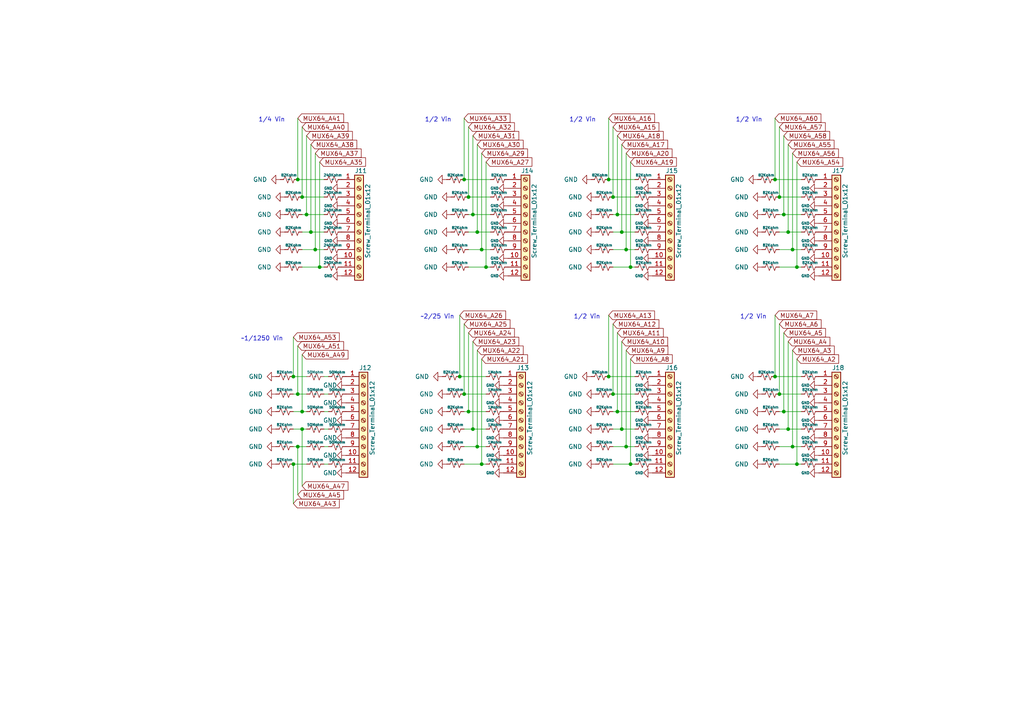
<source format=kicad_sch>
(kicad_sch (version 20211123) (generator eeschema)
  (paper "A4")
  (junction (at 228.6 124.46))
  (junction (at 87.63 57.15))
  (junction (at 226.06 114.3))
  (junction (at 176.53 109.22))
  (junction (at 227.33 119.38))
  (junction (at 177.8 57.15))
  (junction (at 135.89 57.15))
  (junction (at 85.09 134.62))
  (junction (at 229.87 129.54))
  (junction (at 231.14 134.62))
  (junction (at 87.63 124.46))
  (junction (at 228.6 67.31))
  (junction (at 137.16 62.23))
  (junction (at 92.71 77.47))
  (junction (at 182.88 77.47))
  (junction (at 86.36 129.54))
  (junction (at 134.62 114.3))
  (junction (at 180.34 124.46))
  (junction (at 227.33 62.23))
  (junction (at 137.16 124.46))
  (junction (at 229.87 72.39))
  (junction (at 180.34 67.31))
  (junction (at 86.36 52.07))
  (junction (at 179.07 119.38))
  (junction (at 85.09 109.22))
  (junction (at 134.62 52.07))
  (junction (at 133.35 109.22))
  (junction (at 224.79 109.22))
  (junction (at 179.07 62.23))
  (junction (at 231.14 77.47))
  (junction (at 90.17 67.31))
  (junction (at 140.97 77.47))
  (junction (at 86.36 114.3))
  (junction (at 177.8 114.3))
  (junction (at 88.9 62.23))
  (junction (at 182.88 134.62))
  (junction (at 181.61 129.54))
  (junction (at 91.44 72.39))
  (junction (at 139.7 72.39))
  (junction (at 87.63 119.38))
  (junction (at 181.61 72.39))
  (junction (at 224.79 52.07))
  (junction (at 226.06 57.15))
  (junction (at 139.7 134.62))
  (junction (at 176.53 52.07))
  (junction (at 138.43 129.54))
  (junction (at 138.43 67.31))
  (junction (at 135.89 119.38))
  (wire (pts (xy 86.36 129.54) (xy 86.36 143.51)))
  (wire (pts (xy 92.71 46.99) (xy 92.71 77.47)))
  (wire (pts (xy 226.06 129.54) (xy 229.87 129.54)))
  (wire (pts (xy 87.63 77.47) (xy 92.71 77.47)))
  (wire (pts (xy 135.89 119.38) (xy 140.97 119.38)))
  (wire (pts (xy 139.7 134.62) (xy 140.97 134.62)))
  (wire (pts (xy 85.09 119.38) (xy 87.63 119.38)))
  (wire (pts (xy 140.97 46.99) (xy 140.97 77.47)))
  (wire (pts (xy 224.79 109.22) (xy 232.41 109.22)))
  (wire (pts (xy 177.8 134.62) (xy 182.88 134.62)))
  (wire (pts (xy 224.79 52.07) (xy 232.41 52.07)))
  (wire (pts (xy 176.53 109.22) (xy 176.53 91.44)))
  (wire (pts (xy 177.8 72.39) (xy 181.61 72.39)))
  (wire (pts (xy 133.35 109.22) (xy 140.97 109.22)))
  (wire (pts (xy 135.89 96.52) (xy 135.89 119.38)))
  (wire (pts (xy 179.07 96.52) (xy 179.07 119.38)))
  (wire (pts (xy 179.07 119.38) (xy 184.15 119.38)))
  (wire (pts (xy 228.6 67.31) (xy 232.41 67.31)))
  (wire (pts (xy 87.63 67.31) (xy 90.17 67.31)))
  (wire (pts (xy 176.53 109.22) (xy 184.15 109.22)))
  (wire (pts (xy 93.98 109.22) (xy 95.25 109.22)))
  (wire (pts (xy 134.62 52.07) (xy 142.24 52.07)))
  (wire (pts (xy 228.6 67.31) (xy 228.6 41.91)))
  (wire (pts (xy 92.71 77.47) (xy 93.98 77.47)))
  (wire (pts (xy 228.6 124.46) (xy 228.6 99.06)))
  (wire (pts (xy 91.44 72.39) (xy 93.98 72.39)))
  (wire (pts (xy 227.33 39.37) (xy 227.33 62.23)))
  (wire (pts (xy 135.89 57.15) (xy 142.24 57.15)))
  (wire (pts (xy 226.06 57.15) (xy 226.06 36.83)))
  (wire (pts (xy 135.89 72.39) (xy 139.7 72.39)))
  (wire (pts (xy 182.88 104.14) (xy 182.88 134.62)))
  (wire (pts (xy 177.8 119.38) (xy 179.07 119.38)))
  (wire (pts (xy 139.7 44.45) (xy 139.7 72.39)))
  (wire (pts (xy 227.33 96.52) (xy 227.33 119.38)))
  (wire (pts (xy 182.88 134.62) (xy 184.15 134.62)))
  (wire (pts (xy 229.87 72.39) (xy 232.41 72.39)))
  (wire (pts (xy 135.89 77.47) (xy 140.97 77.47)))
  (wire (pts (xy 91.44 44.45) (xy 91.44 72.39)))
  (wire (pts (xy 88.9 39.37) (xy 88.9 62.23)))
  (wire (pts (xy 93.98 119.38) (xy 95.25 119.38)))
  (wire (pts (xy 182.88 46.99) (xy 182.88 77.47)))
  (wire (pts (xy 140.97 77.47) (xy 142.24 77.47)))
  (wire (pts (xy 231.14 104.14) (xy 231.14 134.62)))
  (wire (pts (xy 138.43 101.6) (xy 138.43 129.54)))
  (wire (pts (xy 93.98 114.3) (xy 95.25 114.3)))
  (wire (pts (xy 229.87 129.54) (xy 232.41 129.54)))
  (wire (pts (xy 88.9 62.23) (xy 93.98 62.23)))
  (wire (pts (xy 177.8 114.3) (xy 177.8 93.98)))
  (wire (pts (xy 134.62 134.62) (xy 139.7 134.62)))
  (wire (pts (xy 227.33 62.23) (xy 232.41 62.23)))
  (wire (pts (xy 181.61 44.45) (xy 181.61 72.39)))
  (wire (pts (xy 138.43 67.31) (xy 142.24 67.31)))
  (wire (pts (xy 228.6 124.46) (xy 232.41 124.46)))
  (wire (pts (xy 226.06 62.23) (xy 227.33 62.23)))
  (wire (pts (xy 138.43 129.54) (xy 140.97 129.54)))
  (wire (pts (xy 224.79 109.22) (xy 224.79 91.44)))
  (wire (pts (xy 133.35 109.22) (xy 133.35 91.44)))
  (wire (pts (xy 226.06 124.46) (xy 228.6 124.46)))
  (wire (pts (xy 85.09 134.62) (xy 85.09 146.05)))
  (wire (pts (xy 86.36 52.07) (xy 93.98 52.07)))
  (wire (pts (xy 231.14 46.99) (xy 231.14 77.47)))
  (wire (pts (xy 87.63 57.15) (xy 93.98 57.15)))
  (wire (pts (xy 87.63 57.15) (xy 87.63 36.83)))
  (wire (pts (xy 137.16 39.37) (xy 137.16 62.23)))
  (wire (pts (xy 134.62 119.38) (xy 135.89 119.38)))
  (wire (pts (xy 177.8 57.15) (xy 177.8 36.83)))
  (wire (pts (xy 182.88 77.47) (xy 184.15 77.47)))
  (wire (pts (xy 226.06 67.31) (xy 228.6 67.31)))
  (wire (pts (xy 85.09 129.54) (xy 86.36 129.54)))
  (wire (pts (xy 181.61 129.54) (xy 184.15 129.54)))
  (wire (pts (xy 177.8 77.47) (xy 182.88 77.47)))
  (wire (pts (xy 93.98 134.62) (xy 95.25 134.62)))
  (wire (pts (xy 134.62 124.46) (xy 137.16 124.46)))
  (wire (pts (xy 224.79 52.07) (xy 224.79 34.29)))
  (wire (pts (xy 138.43 67.31) (xy 138.43 41.91)))
  (wire (pts (xy 87.63 124.46) (xy 87.63 140.97)))
  (wire (pts (xy 180.34 124.46) (xy 184.15 124.46)))
  (wire (pts (xy 87.63 102.87) (xy 87.63 119.38)))
  (wire (pts (xy 135.89 57.15) (xy 135.89 36.83)))
  (wire (pts (xy 134.62 114.3) (xy 140.97 114.3)))
  (wire (pts (xy 231.14 134.62) (xy 232.41 134.62)))
  (wire (pts (xy 177.8 67.31) (xy 180.34 67.31)))
  (wire (pts (xy 86.36 129.54) (xy 88.9 129.54)))
  (wire (pts (xy 87.63 62.23) (xy 88.9 62.23)))
  (wire (pts (xy 177.8 124.46) (xy 180.34 124.46)))
  (wire (pts (xy 137.16 124.46) (xy 137.16 99.06)))
  (wire (pts (xy 180.34 67.31) (xy 184.15 67.31)))
  (wire (pts (xy 177.8 57.15) (xy 184.15 57.15)))
  (wire (pts (xy 180.34 67.31) (xy 180.34 41.91)))
  (wire (pts (xy 85.09 114.3) (xy 86.36 114.3)))
  (wire (pts (xy 176.53 52.07) (xy 184.15 52.07)))
  (wire (pts (xy 181.61 101.6) (xy 181.61 129.54)))
  (wire (pts (xy 135.89 67.31) (xy 138.43 67.31)))
  (wire (pts (xy 177.8 129.54) (xy 181.61 129.54)))
  (wire (pts (xy 135.89 62.23) (xy 137.16 62.23)))
  (wire (pts (xy 85.09 97.79) (xy 85.09 109.22)))
  (wire (pts (xy 177.8 62.23) (xy 179.07 62.23)))
  (wire (pts (xy 134.62 52.07) (xy 134.62 34.29)))
  (wire (pts (xy 180.34 124.46) (xy 180.34 99.06)))
  (wire (pts (xy 86.36 52.07) (xy 86.36 34.29)))
  (wire (pts (xy 226.06 114.3) (xy 232.41 114.3)))
  (wire (pts (xy 139.7 72.39) (xy 142.24 72.39)))
  (wire (pts (xy 85.09 124.46) (xy 87.63 124.46)))
  (wire (pts (xy 93.98 124.46) (xy 95.25 124.46)))
  (wire (pts (xy 86.36 114.3) (xy 88.9 114.3)))
  (wire (pts (xy 137.16 124.46) (xy 140.97 124.46)))
  (wire (pts (xy 90.17 67.31) (xy 93.98 67.31)))
  (wire (pts (xy 137.16 62.23) (xy 142.24 62.23)))
  (wire (pts (xy 85.09 109.22) (xy 88.9 109.22)))
  (wire (pts (xy 226.06 114.3) (xy 226.06 93.98)))
  (wire (pts (xy 134.62 114.3) (xy 134.62 93.98)))
  (wire (pts (xy 93.98 129.54) (xy 95.25 129.54)))
  (wire (pts (xy 229.87 101.6) (xy 229.87 129.54)))
  (wire (pts (xy 87.63 72.39) (xy 91.44 72.39)))
  (wire (pts (xy 90.17 67.31) (xy 90.17 41.91)))
  (wire (pts (xy 229.87 44.45) (xy 229.87 72.39)))
  (wire (pts (xy 226.06 72.39) (xy 229.87 72.39)))
  (wire (pts (xy 226.06 57.15) (xy 232.41 57.15)))
  (wire (pts (xy 86.36 100.33) (xy 86.36 114.3)))
  (wire (pts (xy 177.8 114.3) (xy 184.15 114.3)))
  (wire (pts (xy 139.7 104.14) (xy 139.7 134.62)))
  (wire (pts (xy 226.06 134.62) (xy 231.14 134.62)))
  (wire (pts (xy 179.07 62.23) (xy 184.15 62.23)))
  (wire (pts (xy 227.33 119.38) (xy 232.41 119.38)))
  (wire (pts (xy 179.07 39.37) (xy 179.07 62.23)))
  (wire (pts (xy 231.14 77.47) (xy 232.41 77.47)))
  (wire (pts (xy 134.62 129.54) (xy 138.43 129.54)))
  (wire (pts (xy 85.09 134.62) (xy 88.9 134.62)))
  (wire (pts (xy 226.06 119.38) (xy 227.33 119.38)))
  (wire (pts (xy 181.61 72.39) (xy 184.15 72.39)))
  (wire (pts (xy 176.53 52.07) (xy 176.53 34.29)))
  (wire (pts (xy 87.63 124.46) (xy 88.9 124.46)))
  (wire (pts (xy 226.06 77.47) (xy 231.14 77.47)))
  (wire (pts (xy 87.63 119.38) (xy 88.9 119.38)))
  (text "1/2 Vin" (at 165.1 35.56 0) (effects (font (size 1.27 1.27)) (justify left bottom)))
  (text "~2/25 Vin" (at 121.92 92.71 0) (effects (font (size 1.27 1.27)) (justify left bottom)))
  (text "~1/1250 Vin" (at 69.85 99.06 0) (effects (font (size 1.27 1.27)) (justify left bottom)))
  (text "1/2 Vin" (at 123.19 35.56 0) (effects (font (size 1.27 1.27)) (justify left bottom)))
  (text "1/4 Vin" (at 74.93 35.56 0) (effects (font (size 1.27 1.27)) (justify left bottom)))
  (text "1/2 Vin" (at 213.36 35.56 0) (effects (font (size 1.27 1.27)) (justify left bottom)))
  (text "1/2 Vin" (at 166.37 92.71 0) (effects (font (size 1.27 1.27)) (justify left bottom)))
  (text "1/2 Vin" (at 214.63 92.71 0) (effects (font (size 1.27 1.27)) (justify left bottom)))
  (global_label "MUX64_A19" (shape input) (at 182.88 46.99 0) (property "Intersheet References" "${INTERSHEET_REFS}" (effects hide)))
  (global_label "MUX64_A43" (shape input) (at 85.09 146.05 0) (property "Intersheet References" "${INTERSHEET_REFS}" (effects hide)))
  (global_label "MUX64_A21" (shape input) (at 139.7 104.14 0) (property "Intersheet References" "${INTERSHEET_REFS}" (effects hide)))
  (global_label "MUX64_A37" (shape input) (at 91.44 44.45 0) (property "Intersheet References" "${INTERSHEET_REFS}" (effects hide)))
  (global_label "MUX64_A16" (shape input) (at 176.53 34.29 0) (property "Intersheet References" "${INTERSHEET_REFS}" (effects hide)))
  (global_label "MUX64_A33" (shape input) (at 134.62 34.29 0) (property "Intersheet References" "${INTERSHEET_REFS}" (effects hide)))
  (global_label "MUX64_A41" (shape input) (at 86.36 34.29 0) (property "Intersheet References" "${INTERSHEET_REFS}" (effects hide)))
  (global_label "MUX64_A32" (shape input) (at 135.89 36.83 0) (property "Intersheet References" "${INTERSHEET_REFS}" (effects hide)))
  (global_label "MUX64_A54" (shape input) (at 231.14 46.99 0) (property "Intersheet References" "${INTERSHEET_REFS}" (effects hide)))
  (global_label "MUX64_A9" (shape input) (at 181.61 101.6 0) (property "Intersheet References" "${INTERSHEET_REFS}" (effects hide)))
  (global_label "MUX64_A22" (shape input) (at 138.43 101.6 0) (property "Intersheet References" "${INTERSHEET_REFS}" (effects hide)))
  (global_label "MUX64_A55" (shape input) (at 228.6 41.91 0) (property "Intersheet References" "${INTERSHEET_REFS}" (effects hide)))
  (global_label "MUX64_A47" (shape input) (at 87.63 140.97 0) (property "Intersheet References" "${INTERSHEET_REFS}" (effects hide)))
  (global_label "MUX64_A30" (shape input) (at 138.43 41.91 0) (property "Intersheet References" "${INTERSHEET_REFS}" (effects hide)))
  (global_label "MUX64_A56" (shape input) (at 229.87 44.45 0) (property "Intersheet References" "${INTERSHEET_REFS}" (effects hide)))
  (global_label "MUX64_A24" (shape input) (at 135.89 96.52 0) (property "Intersheet References" "${INTERSHEET_REFS}" (effects hide)))
  (global_label "MUX64_A60" (shape input) (at 224.79 34.29 0) (property "Intersheet References" "${INTERSHEET_REFS}" (effects hide)))
  (global_label "MUX64_A11" (shape input) (at 179.07 96.52 0) (property "Intersheet References" "${INTERSHEET_REFS}" (effects hide)))
  (global_label "MUX64_A17" (shape input) (at 180.34 41.91 0) (property "Intersheet References" "${INTERSHEET_REFS}" (effects hide)))
  (global_label "MUX64_A49" (shape input) (at 87.63 102.87 0) (property "Intersheet References" "${INTERSHEET_REFS}" (effects hide)))
  (global_label "MUX64_A26" (shape input) (at 133.35 91.44 0) (property "Intersheet References" "${INTERSHEET_REFS}" (effects hide)))
  (global_label "MUX64_A3" (shape input) (at 229.87 101.6 0) (property "Intersheet References" "${INTERSHEET_REFS}" (effects hide)))
  (global_label "MUX64_A38" (shape input) (at 90.17 41.91 0) (property "Intersheet References" "${INTERSHEET_REFS}" (effects hide)))
  (global_label "MUX64_A58" (shape input) (at 227.33 39.37 0) (property "Intersheet References" "${INTERSHEET_REFS}" (effects hide)))
  (global_label "MUX64_A35" (shape input) (at 92.71 46.99 0) (property "Intersheet References" "${INTERSHEET_REFS}" (effects hide)))
  (global_label "MUX64_A53" (shape input) (at 85.09 97.79 0) (property "Intersheet References" "${INTERSHEET_REFS}" (effects hide)))
  (global_label "MUX64_A31" (shape input) (at 137.16 39.37 0) (property "Intersheet References" "${INTERSHEET_REFS}" (effects hide)))
  (global_label "MUX64_A13" (shape input) (at 176.53 91.44 0) (property "Intersheet References" "${INTERSHEET_REFS}" (effects hide)))
  (global_label "MUX64_A57" (shape input) (at 226.06 36.83 0) (property "Intersheet References" "${INTERSHEET_REFS}" (effects hide)))
  (global_label "MUX64_A2" (shape input) (at 231.14 104.14 0) (property "Intersheet References" "${INTERSHEET_REFS}" (effects hide)))
  (global_label "MUX64_A29" (shape input) (at 139.7 44.45 0) (property "Intersheet References" "${INTERSHEET_REFS}" (effects hide)))
  (global_label "MUX64_A15" (shape input) (at 177.8 36.83 0) (property "Intersheet References" "${INTERSHEET_REFS}" (effects hide)))
  (global_label "MUX64_A18" (shape input) (at 179.07 39.37 0) (property "Intersheet References" "${INTERSHEET_REFS}" (effects hide)))
  (global_label "MUX64_A39" (shape input) (at 88.9 39.37 0) (property "Intersheet References" "${INTERSHEET_REFS}" (effects hide)))
  (global_label "MUX64_A23" (shape input) (at 137.16 99.06 0) (property "Intersheet References" "${INTERSHEET_REFS}" (effects hide)))
  (global_label "MUX64_A7" (shape input) (at 224.79 91.44 0) (property "Intersheet References" "${INTERSHEET_REFS}" (effects hide)))
  (global_label "MUX64_A40" (shape input) (at 87.63 36.83 0) (property "Intersheet References" "${INTERSHEET_REFS}" (effects hide)))
  (global_label "MUX64_A25" (shape input) (at 134.62 93.98 0) (property "Intersheet References" "${INTERSHEET_REFS}" (effects hide)))
  (global_label "MUX64_A4" (shape input) (at 228.6 99.06 0) (property "Intersheet References" "${INTERSHEET_REFS}" (effects hide)))
  (global_label "MUX64_A5" (shape input) (at 227.33 96.52 0) (property "Intersheet References" "${INTERSHEET_REFS}" (effects hide)))
  (global_label "MUX64_A8" (shape input) (at 182.88 104.14 0) (property "Intersheet References" "${INTERSHEET_REFS}" (effects hide)))
  (global_label "MUX64_A20" (shape input) (at 181.61 44.45 0) (property "Intersheet References" "${INTERSHEET_REFS}" (effects hide)))
  (global_label "MUX64_A27" (shape input) (at 140.97 46.99 0) (property "Intersheet References" "${INTERSHEET_REFS}" (effects hide)))
  (global_label "MUX64_A45" (shape input) (at 86.36 143.51 0) (property "Intersheet References" "${INTERSHEET_REFS}" (effects hide)))
  (global_label "MUX64_A10" (shape input) (at 180.34 99.06 0) (property "Intersheet References" "${INTERSHEET_REFS}" (effects hide)))
  (global_label "MUX64_A12" (shape input) (at 177.8 93.98 0) (property "Intersheet References" "${INTERSHEET_REFS}" (effects hide)))
  (global_label "MUX64_A6" (shape input) (at 226.06 93.98 0) (property "Intersheet References" "${INTERSHEET_REFS}" (effects hide)))
  (global_label "MUX64_A51" (shape input) (at 86.36 100.33 0) (property "Intersheet References" "${INTERSHEET_REFS}" (effects hide)))
  (symbol (lib_id "power:GND") (at 80.01 114.3 270) (unit 1)
    (property "Reference" "#PWR0172" (effects hide))
    (property "Value" "GND" (at 76.2 114.3 90) (effects (justify right)))
  )
  (symbol (lib_id "power:GND") (at 220.98 119.38 270) (unit 1)
    (property "Reference" "#PWR0137" (effects hide))
    (property "Value" "GND" (at 217.17 119.3799 90) (effects (justify right)))
  )
  (symbol (lib_id "power:GND") (at 100.33 116.84 270) (unit 1)
    (property "Reference" "#PWR0198" (effects hide))
    (property "Value" "GND" (at 97.79 116.84 90) (effects (justify right)))
  )
  (symbol (lib_id "Device:R_Small_US") (at 85.09 57.15 90) (unit 1)
    (property "Reference" "R16" (at 85.09 57.15 90) (effects (font (size 0.25 0.25))))
    (property "Value" "82Kohm" (at 85.09 55.88 90) (effects (font (size 0.75 0.75))))
    (property "Footprint" "Resistor_SMD:R_0805_2012Metric" (effects hide))
  )
  (symbol (lib_id "power:GND") (at 220.98 134.62 270) (unit 1)
    (property "Reference" "#PWR0132" (effects hide))
    (property "Value" "GND" (at 217.17 134.6199 90) (effects (justify right)))
  )
  (symbol (lib_id "power:GND") (at 189.23 111.76 270) (unit 1)
    (property "Reference" "#PWR0147" (effects hide))
    (property "Value" "GND" (at 184.15 111.76 90) (effects (font (size 0.75 0.75)) (justify left)))
  )
  (symbol (lib_id "power:GND") (at 220.98 114.3 270) (unit 1)
    (property "Reference" "#PWR0138" (effects hide))
    (property "Value" "GND" (at 217.17 114.2999 90) (effects (justify right)))
  )
  (symbol (lib_id "Device:R_Small_US") (at 85.09 62.23 90) (unit 1)
    (property "Reference" "R17" (at 85.09 62.23 90) (effects (font (size 0.25 0.25))))
    (property "Value" "82Kohm" (at 85.09 60.96 90) (effects (font (size 0.75 0.75))))
    (property "Footprint" "Resistor_SMD:R_0805_2012Metric" (effects hide))
  )
  (symbol (lib_id "Device:R_Small_US") (at 144.78 77.47 90) (unit 1)
    (property "Reference" "R62" (at 144.78 77.47 90) (effects (font (size 0.25 0.25))))
    (property "Value" "82Kohm" (at 144.78 76.2 90) (effects (font (size 0.75 0.75))))
    (property "Footprint" "Resistor_SMD:R_0805_2012Metric" (effects hide))
  )
  (symbol (lib_id "Device:R_Small_US") (at 175.26 57.15 90) (unit 1)
    (property "Reference" "R65" (at 175.26 57.15 90) (effects (font (size 0.25 0.25))))
    (property "Value" "82Kohm" (at 175.26 55.88 90) (effects (font (size 0.75 0.75))))
    (property "Footprint" "Resistor_SMD:R_0805_2012Metric" (effects hide))
  )
  (symbol (lib_id "Device:R_Small_US") (at 132.08 114.3 90) (unit 1)
    (property "Reference" "R41" (at 132.08 114.3 90) (effects (font (size 0.25 0.25))))
    (property "Value" "82Kohm" (at 132.08 113.03 90) (effects (font (size 0.75 0.75))))
    (property "Footprint" "Resistor_SMD:R_0805_2012Metric" (effects hide))
  )
  (symbol (lib_id "power:GND") (at 100.33 132.08 270) (unit 1)
    (property "Reference" "#PWR0174" (effects hide))
    (property "Value" "GND" (at 97.79 132.08 90) (effects (justify right)))
  )
  (symbol (lib_id "Device:R_Small_US") (at 144.78 67.31 90) (unit 1)
    (property "Reference" "R60" (at 144.78 67.31 90) (effects (font (size 0.25 0.25))))
    (property "Value" "82Kohm" (at 144.78 66.04 90) (effects (font (size 0.75 0.75))))
    (property "Footprint" "Resistor_SMD:R_0805_2012Metric" (effects hide))
  )
  (symbol (lib_id "power:GND") (at 189.23 74.93 270) (unit 1)
    (property "Reference" "#PWR0218" (effects hide))
    (property "Value" "GND" (at 184.15 74.93 90) (effects (font (size 0.75 0.75)) (justify left)))
  )
  (symbol (lib_id "Device:R_Small_US") (at 234.95 67.31 90) (unit 1)
    (property "Reference" "R102" (at 234.95 67.31 90) (effects (font (size 0.25 0.25))))
    (property "Value" "82Kohm" (at 234.95 66.04 90) (effects (font (size 0.75 0.75))))
    (property "Footprint" "Resistor_SMD:R_0805_2012Metric" (effects hide))
  )
  (symbol (lib_id "Connector:Screw_Terminal_01x12") (at 151.13 121.92 0) (unit 1)
    (property "Reference" "J13" (at 149.86 106.68 0) (effects (justify left)))
    (property "Value" "Screw_Terminal_01x12" (at 153.67 132.08 90) (effects (justify left)))
    (property "Footprint" "TerminalBlock_Phoenix:TerminalBlock_Phoenix_MPT-0,5-12-2.54_1x12_P2.54mm_Horizontal" (effects hide))
  )
  (symbol (lib_id "power:GND") (at 237.49 74.93 270) (unit 1)
    (property "Reference" "#PWR0210" (effects hide))
    (property "Value" "GND" (at 232.41 74.93 90) (effects (font (size 0.75 0.75)) (justify left)))
  )
  (symbol (lib_id "Connector:Screw_Terminal_01x12") (at 152.4 64.77 0) (unit 1)
    (property "Reference" "J14" (at 151.13 49.53 0) (effects (justify left)))
    (property "Value" "Screw_Terminal_01x12" (at 154.94 74.93 90) (effects (justify left)))
    (property "Footprint" "TerminalBlock_Phoenix:TerminalBlock_Phoenix_MPT-0,5-12-2.54_1x12_P2.54mm_Horizontal" (effects hide))
  )
  (symbol (lib_id "power:GND") (at 99.06 80.01 270) (unit 1)
    (property "Reference" "#PWR0168" (effects hide))
    (property "Value" "GND" (at 93.98 80.01 90) (effects (font (size 0.75 0.75)) (justify left)))
  )
  (symbol (lib_id "Device:R_Small_US") (at 234.95 134.62 90) (unit 1)
    (property "Reference" "R110" (at 234.95 134.62 90) (effects (font (size 0.25 0.25))))
    (property "Value" "82Kohm" (at 234.95 133.35 90) (effects (font (size 0.75 0.75))))
    (property "Footprint" "Resistor_SMD:R_0805_2012Metric" (effects hide))
  )
  (symbol (lib_id "power:GND") (at 128.27 109.22 270) (unit 1)
    (property "Reference" "#PWR0195" (effects hide))
    (property "Value" "GND" (at 124.46 109.2199 90) (effects (justify right)))
  )
  (symbol (lib_id "Device:R_Small_US") (at 175.26 62.23 90) (unit 1)
    (property "Reference" "R66" (at 175.26 62.23 90) (effects (font (size 0.25 0.25))))
    (property "Value" "82Kohm" (at 175.26 60.96 90) (effects (font (size 0.75 0.75))))
    (property "Footprint" "Resistor_SMD:R_0805_2012Metric" (effects hide))
  )
  (symbol (lib_id "Device:R_Small_US") (at 97.79 109.22 90) (unit 1)
    (property "Reference" "R33" (at 97.79 109.22 90) (effects (font (size 0.25 0.25))))
    (property "Value" "50Mohm" (at 97.79 107.95 90) (effects (font (size 0.75 0.75))))
    (property "Footprint" "Resistor_SMD:R_1206_3216Metric" (effects hide))
  )
  (symbol (lib_id "Device:R_Small_US") (at 85.09 77.47 90) (unit 1)
    (property "Reference" "R20" (at 85.09 77.47 90) (effects (font (size 0.25 0.25))))
    (property "Value" "82Kohm" (at 85.09 76.2 90) (effects (font (size 0.75 0.75))))
    (property "Footprint" "Resistor_SMD:R_0805_2012Metric" (effects hide))
  )
  (symbol (lib_id "Device:R_Small_US") (at 97.79 129.54 90) (unit 1)
    (property "Reference" "R37" (at 97.79 129.54 90) (effects (font (size 0.25 0.25))))
    (property "Value" "50Mohm" (at 97.79 128.27 90) (effects (font (size 0.75 0.75))))
    (property "Footprint" "Resistor_SMD:R_1206_3216Metric" (effects hide))
  )
  (symbol (lib_id "Device:R_Small_US") (at 82.55 119.38 90) (unit 1)
    (property "Reference" "R11" (at 82.55 119.38 90) (effects (font (size 0.25 0.25))))
    (property "Value" "82Kohm" (at 82.55 118.11 90) (effects (font (size 0.75 0.75))))
    (property "Footprint" "Resistor_SMD:R_0805_2012Metric" (effects hide))
  )
  (symbol (lib_id "Device:R_Small_US") (at 223.52 57.15 90) (unit 1)
    (property "Reference" "R89" (at 223.52 57.15 90) (effects (font (size 0.25 0.25))))
    (property "Value" "82Kohm" (at 223.52 55.88 90) (effects (font (size 0.75 0.75))))
    (property "Footprint" "Resistor_SMD:R_0805_2012Metric" (effects hide))
  )
  (symbol (lib_id "Device:R_Small_US") (at 97.79 114.3 90) (unit 1)
    (property "Reference" "R34" (at 97.79 114.3 90) (effects (font (size 0.25 0.25))))
    (property "Value" "50Mohm" (at 97.79 113.03 90) (effects (font (size 0.75 0.75))))
    (property "Footprint" "Resistor_SMD:R_1206_3216Metric" (effects hide))
  )
  (symbol (lib_id "Device:R_Small_US") (at 144.78 52.07 90) (unit 1)
    (property "Reference" "R57" (at 144.78 52.07 90) (effects (font (size 0.25 0.25))))
    (property "Value" "82Kohm" (at 144.78 50.8 90) (effects (font (size 0.75 0.75))))
    (property "Footprint" "Resistor_SMD:R_0805_2012Metric" (effects hide))
  )
  (symbol (lib_id "Device:R_Small_US") (at 82.55 134.62 90) (unit 1)
    (property "Reference" "R14" (at 82.55 134.62 90) (effects (font (size 0.25 0.25))))
    (property "Value" "82Kohm" (at 82.55 133.35 90) (effects (font (size 0.75 0.75))))
    (property "Footprint" "Resistor_SMD:R_0805_2012Metric" (effects hide))
  )
  (symbol (lib_id "Device:R_Small_US") (at 234.95 114.3 90) (unit 1)
    (property "Reference" "R106" (at 234.95 114.3 90) (effects (font (size 0.25 0.25))))
    (property "Value" "82Kohm" (at 234.95 113.03 90) (effects (font (size 0.75 0.75))))
    (property "Footprint" "Resistor_SMD:R_0805_2012Metric" (effects hide))
  )
  (symbol (lib_id "power:GND") (at 99.06 74.93 270) (unit 1)
    (property "Reference" "#PWR0188" (effects hide))
    (property "Value" "GND" (at 93.98 74.93 90) (effects (font (size 0.75 0.75)) (justify left)))
  )
  (symbol (lib_id "power:GND") (at 130.81 62.23 270) (unit 1)
    (property "Reference" "#PWR0162" (effects hide))
    (property "Value" "GND" (at 127 62.2299 90) (effects (justify right)))
  )
  (symbol (lib_id "power:GND") (at 237.49 59.69 270) (unit 1)
    (property "Reference" "#PWR0224" (effects hide))
    (property "Value" "GND" (at 232.41 59.69 90) (effects (font (size 0.75 0.75)) (justify left)))
  )
  (symbol (lib_id "power:GND") (at 220.98 62.23 270) (unit 1)
    (property "Reference" "#PWR0227" (effects hide))
    (property "Value" "GND" (at 217.17 62.2299 90) (effects (justify right)))
  )
  (symbol (lib_id "Device:R_Small_US") (at 133.35 67.31 90) (unit 1)
    (property "Reference" "R48" (at 133.35 67.31 90) (effects (font (size 0.25 0.25))))
    (property "Value" "82Kohm" (at 133.35 66.04 90) (effects (font (size 0.75 0.75))))
    (property "Footprint" "Resistor_SMD:R_0805_2012Metric" (effects hide))
  )
  (symbol (lib_id "power:GND") (at 80.01 124.46 270) (unit 1)
    (property "Reference" "#PWR0169" (effects hide))
    (property "Value" "GND" (at 76.2 124.46 90) (effects (justify right)))
  )
  (symbol (lib_id "Device:R_Small_US") (at 223.52 72.39 90) (unit 1)
    (property "Reference" "R92" (at 223.52 72.39 90) (effects (font (size 0.25 0.25))))
    (property "Value" "82Kohm" (at 223.52 71.12 90) (effects (font (size 0.75 0.75))))
    (property "Footprint" "Resistor_SMD:R_0805_2012Metric" (effects hide))
  )
  (symbol (lib_id "Device:R_Small_US") (at 143.51 109.22 90) (unit 1)
    (property "Reference" "R51" (at 143.51 109.22 90) (effects (font (size 0.25 0.25))))
    (property "Value" "1Mohm" (at 143.51 107.95 90) (effects (font (size 0.75 0.75))))
    (property "Footprint" "Resistor_SMD:R_0805_2012Metric" (effects hide))
  )
  (symbol (lib_id "Device:R_Small_US") (at 143.51 129.54 90) (unit 1)
    (property "Reference" "R55" (at 143.51 129.54 90) (effects (font (size 0.25 0.25))))
    (property "Value" "1Mohm" (at 143.51 128.27 90) (effects (font (size 0.75 0.75))))
    (property "Footprint" "Resistor_SMD:R_0805_2012Metric" (effects hide))
  )
  (symbol (lib_id "Connector:Screw_Terminal_01x12") (at 194.31 121.92 0) (unit 1)
    (property "Reference" "J16" (at 193.04 106.68 0) (effects (justify left)))
    (property "Value" "Screw_Terminal_01x12" (at 196.85 132.08 90) (effects (justify left)))
    (property "Footprint" "TerminalBlock_Phoenix:TerminalBlock_Phoenix_MPT-0,5-12-2.54_1x12_P2.54mm_Horizontal" (effects hide))
  )
  (symbol (lib_id "Device:R_Small_US") (at 91.44 134.62 90) (unit 1)
    (property "Reference" "R26" (at 91.44 134.62 90) (effects (font (size 0.25 0.25))))
    (property "Value" "50Mohm" (at 91.44 133.35 90) (effects (font (size 0.75 0.75))))
    (property "Footprint" "Resistor_SMD:R_1206_3216Metric" (effects hide))
  )
  (symbol (lib_id "Device:R_Small_US") (at 234.95 119.38 90) (unit 1)
    (property "Reference" "R107" (at 234.95 119.38 90) (effects (font (size 0.25 0.25))))
    (property "Value" "82Kohm" (at 234.95 118.11 90) (effects (font (size 0.75 0.75))))
    (property "Footprint" "Resistor_SMD:R_0805_2012Metric" (effects hide))
  )
  (symbol (lib_id "Device:R_Small_US") (at 234.95 109.22 90) (unit 1)
    (property "Reference" "R105" (at 234.95 109.22 90) (effects (font (size 0.25 0.25))))
    (property "Value" "82Kohm" (at 234.95 107.95 90) (effects (font (size 0.75 0.75))))
    (property "Footprint" "Resistor_SMD:R_0805_2012Metric" (effects hide))
  )
  (symbol (lib_id "power:GND") (at 146.05 127 270) (unit 1)
    (property "Reference" "#PWR0150" (effects hide))
    (property "Value" "GND" (at 140.97 127 90) (effects (font (size 0.75 0.75)) (justify left)))
  )
  (symbol (lib_id "Device:R_Small_US") (at 234.95 57.15 90) (unit 1)
    (property "Reference" "R100" (at 234.95 57.15 90) (effects (font (size 0.25 0.25))))
    (property "Value" "82Kohm" (at 234.95 55.88 90) (effects (font (size 0.75 0.75))))
    (property "Footprint" "Resistor_SMD:R_0805_2012Metric" (effects hide))
  )
  (symbol (lib_id "power:GND") (at 130.81 77.47 270) (unit 1)
    (property "Reference" "#PWR0165" (effects hide))
    (property "Value" "GND" (at 127 77.4699 90) (effects (justify right)))
  )
  (symbol (lib_id "Device:R_Small_US") (at 186.69 134.62 90) (unit 1)
    (property "Reference" "R86" (at 186.69 134.62 90) (effects (font (size 0.25 0.25))))
    (property "Value" "82Kohm" (at 186.69 133.35 90) (effects (font (size 0.75 0.75))))
    (property "Footprint" "Resistor_SMD:R_0805_2012Metric" (effects hide))
  )
  (symbol (lib_id "power:GND") (at 219.71 109.22 270) (unit 1)
    (property "Reference" "#PWR0139" (effects hide))
    (property "Value" "GND" (at 215.9 109.2199 90) (effects (justify right)))
  )
  (symbol (lib_id "power:GND") (at 189.23 127 270) (unit 1)
    (property "Reference" "#PWR0144" (effects hide))
    (property "Value" "GND" (at 184.15 127 90) (effects (font (size 0.75 0.75)) (justify left)))
  )
  (symbol (lib_id "power:GND") (at 80.01 119.38 270) (unit 1)
    (property "Reference" "#PWR0173" (effects hide))
    (property "Value" "GND" (at 76.2 119.38 90) (effects (justify right)))
  )
  (symbol (lib_id "Device:R_Small_US") (at 96.52 52.07 90) (unit 1)
    (property "Reference" "R27" (at 96.52 52.07 90) (effects (font (size 0.25 0.25))))
    (property "Value" "240Kohm" (at 96.52 50.8 90) (effects (font (size 0.75 0.75))))
    (property "Footprint" "Resistor_SMD:R_0805_2012Metric" (effects hide))
  )
  (symbol (lib_id "Device:R_Small_US") (at 173.99 109.22 90) (unit 1)
    (property "Reference" "R64" (at 173.99 109.22 90) (effects (font (size 0.25 0.25))))
    (property "Value" "82Kohm" (at 173.99 107.95 90) (effects (font (size 0.75 0.75))))
    (property "Footprint" "Resistor_SMD:R_0805_2012Metric" (effects hide))
  )
  (symbol (lib_id "Device:R_Small_US") (at 223.52 134.62 90) (unit 1)
    (property "Reference" "R98" (at 223.52 134.62 90) (effects (font (size 0.25 0.25))))
    (property "Value" "82Kohm" (at 223.52 133.35 90) (effects (font (size 0.75 0.75))))
    (property "Footprint" "Resistor_SMD:R_0805_2012Metric" (effects hide))
  )
  (symbol (lib_id "Device:R_Small_US") (at 186.69 109.22 90) (unit 1)
    (property "Reference" "R81" (at 186.69 109.22 90) (effects (font (size 0.25 0.25))))
    (property "Value" "82Kohm" (at 186.69 107.95 90) (effects (font (size 0.75 0.75))))
    (property "Footprint" "Resistor_SMD:R_0805_2012Metric" (effects hide))
  )
  (symbol (lib_id "power:GND") (at 100.33 111.76 270) (unit 1)
    (property "Reference" "#PWR0197" (effects hide))
    (property "Value" "GND" (at 97.79 111.76 90) (effects (justify right)))
  )
  (symbol (lib_id "Device:R_Small_US") (at 82.55 129.54 90) (unit 1)
    (property "Reference" "R13" (at 82.55 129.54 90) (effects (font (size 0.25 0.25))))
    (property "Value" "82Kohm" (at 82.55 128.27 90) (effects (font (size 0.75 0.75))))
    (property "Footprint" "Resistor_SMD:R_0805_2012Metric" (effects hide))
  )
  (symbol (lib_id "power:GND") (at 130.81 57.15 270) (unit 1)
    (property "Reference" "#PWR0163" (effects hide))
    (property "Value" "GND" (at 127 57.1499 90) (effects (justify right)))
  )
  (symbol (lib_id "Device:R_Small_US") (at 175.26 124.46 90) (unit 1)
    (property "Reference" "R72" (at 175.26 124.46 90) (effects (font (size 0.25 0.25))))
    (property "Value" "82Kohm" (at 175.26 123.19 90) (effects (font (size 0.75 0.75))))
    (property "Footprint" "Resistor_SMD:R_0805_2012Metric" (effects hide))
  )
  (symbol (lib_id "power:GND") (at 172.72 62.23 270) (unit 1)
    (property "Reference" "#PWR0219" (effects hide))
    (property "Value" "GND" (at 168.91 62.2299 90) (effects (justify right)))
  )
  (symbol (lib_id "power:GND") (at 171.45 109.22 270) (unit 1)
    (property "Reference" "#PWR0161" (effects hide))
    (property "Value" "GND" (at 167.64 109.2199 90) (effects (justify right)))
  )
  (symbol (lib_id "Device:R_Small_US") (at 173.99 52.07 90) (unit 1)
    (property "Reference" "R63" (at 173.99 52.07 90) (effects (font (size 0.25 0.25))))
    (property "Value" "82Kohm" (at 173.99 50.8 90) (effects (font (size 0.75 0.75))))
    (property "Footprint" "Resistor_SMD:R_0805_2012Metric" (effects hide))
  )
  (symbol (lib_id "Device:R_Small_US") (at 132.08 134.62 90) (unit 1)
    (property "Reference" "R45" (at 132.08 134.62 90) (effects (font (size 0.25 0.25))))
    (property "Value" "82Kohm" (at 132.08 133.35 90) (effects (font (size 0.75 0.75))))
    (property "Footprint" "Resistor_SMD:R_0805_2012Metric" (effects hide))
  )
  (symbol (lib_id "power:GND") (at 189.23 69.85 270) (unit 1)
    (property "Reference" "#PWR0216" (effects hide))
    (property "Value" "GND" (at 184.15 69.85 90) (effects (font (size 0.75 0.75)) (justify left)))
  )
  (symbol (lib_id "Device:R_Small_US") (at 223.52 67.31 90) (unit 1)
    (property "Reference" "R91" (at 223.52 67.31 90) (effects (font (size 0.25 0.25))))
    (property "Value" "82Kohm" (at 223.52 66.04 90) (effects (font (size 0.75 0.75))))
    (property "Footprint" "Resistor_SMD:R_0805_2012Metric" (effects hide))
  )
  (symbol (lib_id "power:GND") (at 189.23 54.61 270) (unit 1)
    (property "Reference" "#PWR0222" (effects hide))
    (property "Value" "GND" (at 184.15 54.61 90) (effects (font (size 0.75 0.75)) (justify left)))
  )
  (symbol (lib_id "power:GND") (at 189.23 80.01 270) (unit 1)
    (property "Reference" "#PWR0217" (effects hide))
    (property "Value" "GND" (at 184.15 80.01 90) (effects (font (size 0.75 0.75)) (justify left)))
  )
  (symbol (lib_id "Connector:Screw_Terminal_01x12") (at 194.31 64.77 0) (unit 1)
    (property "Reference" "J15" (at 193.04 49.53 0) (effects (justify left)))
    (property "Value" "Screw_Terminal_01x12" (at 196.85 74.93 90) (effects (justify left)))
    (property "Footprint" "TerminalBlock_Phoenix:TerminalBlock_Phoenix_MPT-0,5-12-2.54_1x12_P2.54mm_Horizontal" (effects hide))
  )
  (symbol (lib_id "Device:R_Small_US") (at 223.52 129.54 90) (unit 1)
    (property "Reference" "R97" (at 223.52 129.54 90) (effects (font (size 0.25 0.25))))
    (property "Value" "82Kohm" (at 223.52 128.27 90) (effects (font (size 0.75 0.75))))
    (property "Footprint" "Resistor_SMD:R_0805_2012Metric" (effects hide))
  )
  (symbol (lib_id "power:GND") (at 189.23 121.92 270) (unit 1)
    (property "Reference" "#PWR0145" (effects hide))
    (property "Value" "GND" (at 184.15 121.92 90) (effects (font (size 0.75 0.75)) (justify left)))
  )
  (symbol (lib_id "power:GND") (at 172.72 129.54 270) (unit 1)
    (property "Reference" "#PWR0156" (effects hide))
    (property "Value" "GND" (at 168.91 129.5399 90) (effects (justify right)))
  )
  (symbol (lib_id "power:GND") (at 189.23 116.84 270) (unit 1)
    (property "Reference" "#PWR0146" (effects hide))
    (property "Value" "GND" (at 184.15 116.84 90) (effects (font (size 0.75 0.75)) (justify left)))
  )
  (symbol (lib_id "power:GND") (at 99.06 69.85 270) (unit 1)
    (property "Reference" "#PWR0189" (effects hide))
    (property "Value" "GND" (at 93.98 69.85 90) (effects (font (size 0.75 0.75)) (justify left)))
  )
  (symbol (lib_id "power:GND") (at 146.05 132.08 270) (unit 1)
    (property "Reference" "#PWR0154" (effects hide))
    (property "Value" "GND" (at 140.97 132.08 90) (effects (font (size 0.75 0.75)) (justify left)))
  )
  (symbol (lib_id "Device:R_Small_US") (at 175.26 114.3 90) (unit 1)
    (property "Reference" "R70" (at 175.26 114.3 90) (effects (font (size 0.25 0.25))))
    (property "Value" "82Kohm" (at 175.26 113.03 90) (effects (font (size 0.75 0.75))))
    (property "Footprint" "Resistor_SMD:R_0805_2012Metric" (effects hide))
  )
  (symbol (lib_id "Connector:Screw_Terminal_01x12") (at 104.14 64.77 0) (unit 1)
    (property "Reference" "J11" (at 102.87 49.53 0) (effects (justify left)))
    (property "Value" "Screw_Terminal_01x12" (at 106.68 74.93 90) (effects (justify left)))
    (property "Footprint" "TerminalBlock_Phoenix:TerminalBlock_Phoenix_MPT-0,5-12-2.54_1x12_P2.54mm_Horizontal" (effects hide))
  )
  (symbol (lib_id "Device:R_Small_US") (at 83.82 52.07 90) (unit 1)
    (property "Reference" "R15" (at 83.82 52.07 90) (effects (font (size 0.25 0.25))))
    (property "Value" "82Kohm" (at 83.82 50.8 90) (effects (font (size 0.75 0.75))))
    (property "Footprint" "Resistor_SMD:R_0805_2012Metric" (effects hide))
  )
  (symbol (lib_id "Device:R_Small_US") (at 144.78 62.23 90) (unit 1)
    (property "Reference" "R59" (at 144.78 62.23 90) (effects (font (size 0.25 0.25))))
    (property "Value" "82Kohm" (at 144.78 60.96 90) (effects (font (size 0.75 0.75))))
    (property "Footprint" "Resistor_SMD:R_0805_2012Metric" (effects hide))
  )
  (symbol (lib_id "power:GND") (at 172.72 77.47 270) (unit 1)
    (property "Reference" "#PWR0213" (effects hide))
    (property "Value" "GND" (at 168.91 77.4699 90) (effects (justify right)))
  )
  (symbol (lib_id "Device:R_Small_US") (at 91.44 124.46 90) (unit 1)
    (property "Reference" "R24" (at 91.44 124.46 90) (effects (font (size 0.25 0.25))))
    (property "Value" "50Mohm" (at 91.44 123.19 90) (effects (font (size 0.75 0.75))))
    (property "Footprint" "Resistor_SMD:R_1206_3216Metric" (effects hide))
  )
  (symbol (lib_id "power:GND") (at 147.32 59.69 270) (unit 1)
    (property "Reference" "#PWR0203" (effects hide))
    (property "Value" "GND" (at 142.24 59.69 90) (effects (font (size 0.75 0.75)) (justify left)))
  )
  (symbol (lib_id "Connector:Screw_Terminal_01x12") (at 105.41 121.92 0) (unit 1)
    (property "Reference" "J12" (at 104.14 106.68 0) (effects (justify left)))
    (property "Value" "Screw_Terminal_01x12" (at 107.95 132.08 90) (effects (justify left)))
    (property "Footprint" "TerminalBlock_Phoenix:TerminalBlock_Phoenix_MPT-0,5-12-2.54_1x12_P2.54mm_Horizontal" (effects hide))
  )
  (symbol (lib_id "power:GND") (at 99.06 54.61 270) (unit 1)
    (property "Reference" "#PWR0185" (effects hide))
    (property "Value" "GND" (at 93.98 54.61 90) (effects (font (size 0.75 0.75)) (justify left)))
  )
  (symbol (lib_id "power:GND") (at 130.81 72.39 270) (unit 1)
    (property "Reference" "#PWR0166" (effects hide))
    (property "Value" "GND" (at 127 72.3899 90) (effects (justify right)))
  )
  (symbol (lib_id "power:GND") (at 189.23 59.69 270) (unit 1)
    (property "Reference" "#PWR0221" (effects hide))
    (property "Value" "GND" (at 184.15 59.69 90) (effects (font (size 0.75 0.75)) (justify left)))
  )
  (symbol (lib_id "power:GND") (at 129.54 119.38 270) (unit 1)
    (property "Reference" "#PWR0196" (effects hide))
    (property "Value" "GND" (at 125.73 119.3799 90) (effects (justify right)))
  )
  (symbol (lib_id "power:GND") (at 146.05 116.84 270) (unit 1)
    (property "Reference" "#PWR0152" (effects hide))
    (property "Value" "GND" (at 140.97 116.84 90) (effects (font (size 0.75 0.75)) (justify left)))
  )
  (symbol (lib_id "power:GND") (at 99.06 64.77 270) (unit 1)
    (property "Reference" "#PWR0187" (effects hide))
    (property "Value" "GND" (at 93.98 64.77 90) (effects (font (size 0.75 0.75)) (justify left)))
  )
  (symbol (lib_id "power:GND") (at 237.49 137.16 270) (unit 1)
    (property "Reference" "#PWR0141" (effects hide))
    (property "Value" "GND" (at 232.41 137.16 90) (effects (font (size 0.75 0.75)) (justify left)))
  )
  (symbol (lib_id "Device:R_Small_US") (at 82.55 124.46 90) (unit 1)
    (property "Reference" "R12" (at 82.55 124.46 90) (effects (font (size 0.25 0.25))))
    (property "Value" "82Kohm" (at 82.55 123.19 90) (effects (font (size 0.75 0.75))))
    (property "Footprint" "Resistor_SMD:R_0805_2012Metric" (effects hide))
  )
  (symbol (lib_id "Device:R_Small_US") (at 175.26 67.31 90) (unit 1)
    (property "Reference" "R67" (at 175.26 67.31 90) (effects (font (size 0.25 0.25))))
    (property "Value" "82Kohm" (at 175.26 66.04 90) (effects (font (size 0.75 0.75))))
    (property "Footprint" "Resistor_SMD:R_0805_2012Metric" (effects hide))
  )
  (symbol (lib_id "power:GND") (at 220.98 67.31 270) (unit 1)
    (property "Reference" "#PWR0207" (effects hide))
    (property "Value" "GND" (at 217.17 67.3099 90) (effects (justify right)))
  )
  (symbol (lib_id "Device:R_Small_US") (at 223.52 62.23 90) (unit 1)
    (property "Reference" "R90" (at 223.52 62.23 90) (effects (font (size 0.25 0.25))))
    (property "Value" "82Kohm" (at 223.52 60.96 90) (effects (font (size 0.75 0.75))))
    (property "Footprint" "Resistor_SMD:R_0805_2012Metric" (effects hide))
  )
  (symbol (lib_id "Device:R_Small_US") (at 222.25 109.22 90) (unit 1)
    (property "Reference" "R88" (at 222.25 109.22 90) (effects (font (size 0.25 0.25))))
    (property "Value" "82Kohm" (at 222.25 107.95 90) (effects (font (size 0.75 0.75))))
    (property "Footprint" "Resistor_SMD:R_0805_2012Metric" (effects hide))
  )
  (symbol (lib_id "Device:R_Small_US") (at 234.95 62.23 90) (unit 1)
    (property "Reference" "R101" (at 234.95 62.23 90) (effects (font (size 0.25 0.25))))
    (property "Value" "82Kohm" (at 234.95 60.96 90) (effects (font (size 0.75 0.75))))
    (property "Footprint" "Resistor_SMD:R_0805_2012Metric" (effects hide))
  )
  (symbol (lib_id "power:GND") (at 147.32 64.77 270) (unit 1)
    (property "Reference" "#PWR0200" (effects hide))
    (property "Value" "GND" (at 142.24 64.77 90) (effects (font (size 0.75 0.75)) (justify left)))
  )
  (symbol (lib_id "Device:R_Small_US") (at 143.51 114.3 90) (unit 1)
    (property "Reference" "R52" (at 143.51 114.3 90) (effects (font (size 0.25 0.25))))
    (property "Value" "1Mohm" (at 143.51 113.03 90) (effects (font (size 0.75 0.75))))
    (property "Footprint" "Resistor_SMD:R_0805_2012Metric" (effects hide))
  )
  (symbol (lib_id "power:GND") (at 82.55 67.31 270) (unit 1)
    (property "Reference" "#PWR0179" (effects hide))
    (property "Value" "GND" (at 78.74 67.3099 90) (effects (justify right)))
  )
  (symbol (lib_id "Device:R_Small_US") (at 223.52 124.46 90) (unit 1)
    (property "Reference" "R96" (at 223.52 124.46 90) (effects (font (size 0.25 0.25))))
    (property "Value" "82Kohm" (at 223.52 123.19 90) (effects (font (size 0.75 0.75))))
    (property "Footprint" "Resistor_SMD:R_0805_2012Metric" (effects hide))
  )
  (symbol (lib_id "Device:R_Small_US") (at 133.35 62.23 90) (unit 1)
    (property "Reference" "R47" (at 133.35 62.23 90) (effects (font (size 0.25 0.25))))
    (property "Value" "82Kohm" (at 133.35 60.96 90) (effects (font (size 0.75 0.75))))
    (property "Footprint" "Resistor_SMD:R_0805_2012Metric" (effects hide))
  )
  (symbol (lib_id "Device:R_Small_US") (at 85.09 67.31 90) (unit 1)
    (property "Reference" "R18" (at 85.09 67.31 90) (effects (font (size 0.25 0.25))))
    (property "Value" "82Kohm" (at 85.09 66.04 90) (effects (font (size 0.75 0.75))))
    (property "Footprint" "Resistor_SMD:R_0805_2012Metric" (effects hide))
  )
  (symbol (lib_id "Device:R_Small_US") (at 91.44 109.22 90) (unit 1)
    (property "Reference" "R21" (at 91.44 109.22 90) (effects (font (size 0.25 0.25))))
    (property "Value" "50Mohm" (at 91.44 107.95 90) (effects (font (size 0.75 0.75))))
    (property "Footprint" "Resistor_SMD:R_1206_3216Metric" (effects hide))
  )
  (symbol (lib_id "power:GND") (at 80.01 129.54 270) (unit 1)
    (property "Reference" "#PWR0170" (effects hide))
    (property "Value" "GND" (at 76.2 129.54 90) (effects (justify right)))
  )
  (symbol (lib_id "power:GND") (at 147.32 54.61 270) (unit 1)
    (property "Reference" "#PWR0204" (effects hide))
    (property "Value" "GND" (at 142.24 54.61 90) (effects (font (size 0.75 0.75)) (justify left)))
  )
  (symbol (lib_id "power:GND") (at 100.33 121.92 270) (unit 1)
    (property "Reference" "#PWR0176" (effects hide))
    (property "Value" "GND" (at 97.79 121.92 90) (effects (justify right)))
  )
  (symbol (lib_id "Device:R_Small_US") (at 133.35 77.47 90) (unit 1)
    (property "Reference" "R50" (at 133.35 77.47 90) (effects (font (size 0.25 0.25))))
    (property "Value" "82Kohm" (at 133.35 76.2 90) (effects (font (size 0.75 0.75))))
    (property "Footprint" "Resistor_SMD:R_0805_2012Metric" (effects hide))
  )
  (symbol (lib_id "power:GND") (at 237.49 80.01 270) (unit 1)
    (property "Reference" "#PWR0211" (effects hide))
    (property "Value" "GND" (at 232.41 80.01 90) (effects (font (size 0.75 0.75)) (justify left)))
  )
  (symbol (lib_id "power:GND") (at 237.49 127 270) (unit 1)
    (property "Reference" "#PWR0143" (effects hide))
    (property "Value" "GND" (at 232.41 127 90) (effects (font (size 0.75 0.75)) (justify left)))
  )
  (symbol (lib_id "power:GND") (at 172.72 124.46 270) (unit 1)
    (property "Reference" "#PWR0158" (effects hide))
    (property "Value" "GND" (at 168.91 124.4599 90) (effects (justify right)))
  )
  (symbol (lib_id "Device:R_Small_US") (at 96.52 57.15 90) (unit 1)
    (property "Reference" "R28" (at 96.52 57.15 90) (effects (font (size 0.25 0.25))))
    (property "Value" "240Kohm" (at 96.52 55.88 90) (effects (font (size 0.75 0.75))))
    (property "Footprint" "Resistor_SMD:R_0805_2012Metric" (effects hide))
  )
  (symbol (lib_id "power:GND") (at 189.23 137.16 270) (unit 1)
    (property "Reference" "#PWR0148" (effects hide))
    (property "Value" "GND" (at 184.15 137.16 90) (effects (font (size 0.75 0.75)) (justify left)))
  )
  (symbol (lib_id "power:GND") (at 129.54 124.46 270) (unit 1)
    (property "Reference" "#PWR0192" (effects hide))
    (property "Value" "GND" (at 125.73 124.4599 90) (effects (justify right)))
  )
  (symbol (lib_id "power:GND") (at 130.81 67.31 270) (unit 1)
    (property "Reference" "#PWR0167" (effects hide))
    (property "Value" "GND" (at 127 67.3099 90) (effects (justify right)))
  )
  (symbol (lib_id "power:GND") (at 146.05 121.92 270) (unit 1)
    (property "Reference" "#PWR0151" (effects hide))
    (property "Value" "GND" (at 140.97 121.92 90) (effects (font (size 0.75 0.75)) (justify left)))
  )
  (symbol (lib_id "Device:R_Small_US") (at 133.35 57.15 90) (unit 1)
    (property "Reference" "R46" (at 133.35 57.15 90) (effects (font (size 0.25 0.25))))
    (property "Value" "82Kohm" (at 133.35 55.88 90) (effects (font (size 0.75 0.75))))
    (property "Footprint" "Resistor_SMD:R_0805_2012Metric" (effects hide))
  )
  (symbol (lib_id "power:GND") (at 129.54 134.62 270) (unit 1)
    (property "Reference" "#PWR0190" (effects hide))
    (property "Value" "GND" (at 125.73 134.6199 90) (effects (justify right)))
  )
  (symbol (lib_id "Device:R_Small_US") (at 186.69 52.07 90) (unit 1)
    (property "Reference" "R75" (at 186.69 52.07 90) (effects (font (size 0.25 0.25))))
    (property "Value" "82Kohm" (at 186.69 50.8 90) (effects (font (size 0.75 0.75))))
    (property "Footprint" "Resistor_SMD:R_0805_2012Metric" (effects hide))
  )
  (symbol (lib_id "Device:R_Small_US") (at 186.69 114.3 90) (unit 1)
    (property "Reference" "R82" (at 186.69 114.3 90) (effects (font (size 0.25 0.25))))
    (property "Value" "82Kohm" (at 186.69 113.03 90) (effects (font (size 0.75 0.75))))
    (property "Footprint" "Resistor_SMD:R_0805_2012Metric" (effects hide))
  )
  (symbol (lib_id "Device:R_Small_US") (at 143.51 124.46 90) (unit 1)
    (property "Reference" "R54" (at 143.51 124.46 90) (effects (font (size 0.25 0.25))))
    (property "Value" "1Mohm" (at 143.51 123.19 90) (effects (font (size 0.75 0.75))))
    (property "Footprint" "Resistor_SMD:R_0805_2012Metric" (effects hide))
  )
  (symbol (lib_id "power:GND") (at 220.98 77.47 270) (unit 1)
    (property "Reference" "#PWR0206" (effects hide))
    (property "Value" "GND" (at 217.17 77.4699 90) (effects (justify right)))
  )
  (symbol (lib_id "power:GND") (at 237.49 121.92 270) (unit 1)
    (property "Reference" "#PWR0140" (effects hide))
    (property "Value" "GND" (at 232.41 121.92 90) (effects (font (size 0.75 0.75)) (justify left)))
  )
  (symbol (lib_id "power:GND") (at 237.49 132.08 270) (unit 1)
    (property "Reference" "#PWR0142" (effects hide))
    (property "Value" "GND" (at 232.41 132.08 90) (effects (font (size 0.75 0.75)) (justify left)))
  )
  (symbol (lib_id "Device:R_Small_US") (at 186.69 62.23 90) (unit 1)
    (property "Reference" "R77" (at 186.69 62.23 90) (effects (font (size 0.25 0.25))))
    (property "Value" "82Kohm" (at 186.69 60.96 90) (effects (font (size 0.75 0.75))))
    (property "Footprint" "Resistor_SMD:R_0805_2012Metric" (effects hide))
  )
  (symbol (lib_id "Device:R_Small_US") (at 144.78 72.39 90) (unit 1)
    (property "Reference" "R61" (at 144.78 72.39 90) (effects (font (size 0.25 0.25))))
    (property "Value" "82Kohm" (at 144.78 71.12 90) (effects (font (size 0.75 0.75))))
    (property "Footprint" "Resistor_SMD:R_0805_2012Metric" (effects hide))
  )
  (symbol (lib_id "power:GND") (at 219.71 52.07 270) (unit 1)
    (property "Reference" "#PWR0223" (effects hide))
    (property "Value" "GND" (at 215.9 52.0699 90) (effects (justify right)))
  )
  (symbol (lib_id "power:GND") (at 172.72 67.31 270) (unit 1)
    (property "Reference" "#PWR0215" (effects hide))
    (property "Value" "GND" (at 168.91 67.3099 90) (effects (justify right)))
  )
  (symbol (lib_id "Device:R_Small_US") (at 223.52 119.38 90) (unit 1)
    (property "Reference" "R95" (at 223.52 119.38 90) (effects (font (size 0.25 0.25))))
    (property "Value" "82Kohm" (at 223.52 118.11 90) (effects (font (size 0.75 0.75))))
    (property "Footprint" "Resistor_SMD:R_0805_2012Metric" (effects hide))
  )
  (symbol (lib_id "power:GND") (at 147.32 69.85 270) (unit 1)
    (property "Reference" "#PWR0201" (effects hide))
    (property "Value" "GND" (at 142.24 69.85 90) (effects (font (size 0.75 0.75)) (justify left)))
  )
  (symbol (lib_id "Device:R_Small_US") (at 186.69 129.54 90) (unit 1)
    (property "Reference" "R85" (at 186.69 129.54 90) (effects (font (size 0.25 0.25))))
    (property "Value" "82Kohm" (at 186.69 128.27 90) (effects (font (size 0.75 0.75))))
    (property "Footprint" "Resistor_SMD:R_0805_2012Metric" (effects hide))
  )
  (symbol (lib_id "power:GND") (at 99.06 59.69 270) (unit 1)
    (property "Reference" "#PWR0186" (effects hide))
    (property "Value" "GND" (at 93.98 59.69 90) (effects (font (size 0.75 0.75)) (justify left)))
  )
  (symbol (lib_id "Device:R_Small_US") (at 96.52 67.31 90) (unit 1)
    (property "Reference" "R30" (at 96.52 67.31 90) (effects (font (size 0.25 0.25))))
    (property "Value" "240Kohm" (at 96.52 66.04 90) (effects (font (size 0.75 0.75))))
    (property "Footprint" "Resistor_SMD:R_0805_2012Metric" (effects hide))
  )
  (symbol (lib_id "Device:R_Small_US") (at 175.26 77.47 90) (unit 1)
    (property "Reference" "R69" (at 175.26 77.47 90) (effects (font (size 0.25 0.25))))
    (property "Value" "82Kohm" (at 175.26 76.2 90) (effects (font (size 0.75 0.75))))
    (property "Footprint" "Resistor_SMD:R_0805_2012Metric" (effects hide))
  )
  (symbol (lib_id "power:GND") (at 237.49 111.76 270) (unit 1)
    (property "Reference" "#PWR0134" (effects hide))
    (property "Value" "GND" (at 232.41 111.76 90) (effects (font (size 0.75 0.75)) (justify left)))
  )
  (symbol (lib_id "power:GND") (at 172.72 119.38 270) (unit 1)
    (property "Reference" "#PWR0159" (effects hide))
    (property "Value" "GND" (at 168.91 119.3799 90) (effects (justify right)))
  )
  (symbol (lib_id "Device:R_Small_US") (at 97.79 134.62 90) (unit 1)
    (property "Reference" "R38" (at 97.79 134.62 90) (effects (font (size 0.25 0.25))))
    (property "Value" "50Mohm" (at 97.79 133.35 90) (effects (font (size 0.75 0.75))))
    (property "Footprint" "Resistor_SMD:R_1206_3216Metric" (effects hide))
  )
  (symbol (lib_id "Device:R_Small_US") (at 175.26 134.62 90) (unit 1)
    (property "Reference" "R74" (at 175.26 134.62 90) (effects (font (size 0.25 0.25))))
    (property "Value" "82Kohm" (at 175.26 133.35 90) (effects (font (size 0.75 0.75))))
    (property "Footprint" "Resistor_SMD:R_0805_2012Metric" (effects hide))
  )
  (symbol (lib_id "Device:R_Small_US") (at 91.44 114.3 90) (unit 1)
    (property "Reference" "R22" (at 91.44 114.3 90) (effects (font (size 0.25 0.25))))
    (property "Value" "50Mohm" (at 91.44 113.03 90) (effects (font (size 0.75 0.75))))
    (property "Footprint" "Resistor_SMD:R_1206_3216Metric" (effects hide))
  )
  (symbol (lib_id "power:GND") (at 146.05 137.16 270) (unit 1)
    (property "Reference" "#PWR0155" (effects hide))
    (property "Value" "GND" (at 140.97 137.16 90) (effects (font (size 0.75 0.75)) (justify left)))
  )
  (symbol (lib_id "power:GND") (at 220.98 72.39 270) (unit 1)
    (property "Reference" "#PWR0208" (effects hide))
    (property "Value" "GND" (at 217.17 72.3899 90) (effects (justify right)))
  )
  (symbol (lib_id "Device:R_Small_US") (at 234.95 77.47 90) (unit 1)
    (property "Reference" "R104" (at 234.95 77.47 90) (effects (font (size 0.25 0.25))))
    (property "Value" "82Kohm" (at 234.95 76.2 90) (effects (font (size 0.75 0.75))))
    (property "Footprint" "Resistor_SMD:R_0805_2012Metric" (effects hide))
  )
  (symbol (lib_id "power:GND") (at 82.55 77.47 270) (unit 1)
    (property "Reference" "#PWR0180" (effects hide))
    (property "Value" "GND" (at 78.74 77.4699 90) (effects (justify right)))
  )
  (symbol (lib_id "Connector:Screw_Terminal_01x12") (at 242.57 121.92 0) (unit 1)
    (property "Reference" "J18" (at 241.3 106.68 0) (effects (justify left)))
    (property "Value" "Screw_Terminal_01x12" (at 245.11 132.08 90) (effects (justify left)))
    (property "Footprint" "TerminalBlock_Phoenix:TerminalBlock_Phoenix_MPT-0,5-12-2.54_1x12_P2.54mm_Horizontal" (effects hide))
  )
  (symbol (lib_id "Device:R_Small_US") (at 132.08 119.38 90) (unit 1)
    (property "Reference" "R42" (at 132.08 119.38 90) (effects (font (size 0.25 0.25))))
    (property "Value" "82Kohm" (at 132.08 118.11 90) (effects (font (size 0.75 0.75))))
    (property "Footprint" "Resistor_SMD:R_0805_2012Metric" (effects hide))
  )
  (symbol (lib_id "Device:R_Small_US") (at 133.35 72.39 90) (unit 1)
    (property "Reference" "R49" (at 133.35 72.39 90) (effects (font (size 0.25 0.25))))
    (property "Value" "82Kohm" (at 133.35 71.12 90) (effects (font (size 0.75 0.75))))
    (property "Footprint" "Resistor_SMD:R_0805_2012Metric" (effects hide))
  )
  (symbol (lib_id "power:GND") (at 189.23 132.08 270) (unit 1)
    (property "Reference" "#PWR0149" (effects hide))
    (property "Value" "GND" (at 184.15 132.08 90) (effects (font (size 0.75 0.75)) (justify left)))
  )
  (symbol (lib_id "power:GND") (at 237.49 69.85 270) (unit 1)
    (property "Reference" "#PWR0209" (effects hide))
    (property "Value" "GND" (at 232.41 69.85 90) (effects (font (size 0.75 0.75)) (justify left)))
  )
  (symbol (lib_id "power:GND") (at 147.32 80.01 270) (unit 1)
    (property "Reference" "#PWR0202" (effects hide))
    (property "Value" "GND" (at 142.24 80.01 90) (effects (font (size 0.75 0.75)) (justify left)))
  )
  (symbol (lib_id "Device:R_Small_US") (at 96.52 62.23 90) (unit 1)
    (property "Reference" "R29" (at 96.52 62.23 90) (effects (font (size 0.25 0.25))))
    (property "Value" "240Kohm" (at 96.52 60.96 90) (effects (font (size 0.75 0.75))))
    (property "Footprint" "Resistor_SMD:R_0805_2012Metric" (effects hide))
  )
  (symbol (lib_id "Device:R_Small_US") (at 175.26 72.39 90) (unit 1)
    (property "Reference" "R68" (at 175.26 72.39 90) (effects (font (size 0.25 0.25))))
    (property "Value" "82Kohm" (at 175.26 71.12 90) (effects (font (size 0.75 0.75))))
    (property "Footprint" "Resistor_SMD:R_0805_2012Metric" (effects hide))
  )
  (symbol (lib_id "power:GND") (at 80.01 134.62 270) (unit 1)
    (property "Reference" "#PWR0171" (effects hide))
    (property "Value" "GND" (at 76.2 134.62 90) (effects (justify right)))
  )
  (symbol (lib_id "power:GND") (at 237.49 116.84 270) (unit 1)
    (property "Reference" "#PWR0135" (effects hide))
    (property "Value" "GND" (at 232.41 116.84 90) (effects (font (size 0.75 0.75)) (justify left)))
  )
  (symbol (lib_id "Device:R_Small_US") (at 186.69 77.47 90) (unit 1)
    (property "Reference" "R80" (at 186.69 77.47 90) (effects (font (size 0.25 0.25))))
    (property "Value" "82Kohm" (at 186.69 76.2 90) (effects (font (size 0.75 0.75))))
    (property "Footprint" "Resistor_SMD:R_0805_2012Metric" (effects hide))
  )
  (symbol (lib_id "Device:R_Small_US") (at 186.69 67.31 90) (unit 1)
    (property "Reference" "R78" (at 186.69 67.31 90) (effects (font (size 0.25 0.25))))
    (property "Value" "82Kohm" (at 186.69 66.04 90) (effects (font (size 0.75 0.75))))
    (property "Footprint" "Resistor_SMD:R_0805_2012Metric" (effects hide))
  )
  (symbol (lib_id "power:GND") (at 220.98 57.15 270) (unit 1)
    (property "Reference" "#PWR0228" (effects hide))
    (property "Value" "GND" (at 217.17 57.1499 90) (effects (justify right)))
  )
  (symbol (lib_id "Device:R_Small_US") (at 97.79 124.46 90) (unit 1)
    (property "Reference" "R36" (at 97.79 124.46 90) (effects (font (size 0.25 0.25))))
    (property "Value" "50Mohm" (at 97.79 123.19 90) (effects (font (size 0.75 0.75))))
    (property "Footprint" "Resistor_SMD:R_1206_3216Metric" (effects hide))
  )
  (symbol (lib_id "power:GND") (at 172.72 114.3 270) (unit 1)
    (property "Reference" "#PWR0160" (effects hide))
    (property "Value" "GND" (at 168.91 114.2999 90) (effects (justify right)))
  )
  (symbol (lib_id "Device:R_Small_US") (at 97.79 119.38 90) (unit 1)
    (property "Reference" "R35" (at 97.79 119.38 90) (effects (font (size 0.25 0.25))))
    (property "Value" "50Mohm" (at 97.79 118.11 90) (effects (font (size 0.75 0.75))))
    (property "Footprint" "Resistor_SMD:R_1206_3216Metric" (effects hide))
  )
  (symbol (lib_id "Device:R_Small_US") (at 186.69 119.38 90) (unit 1)
    (property "Reference" "R83" (at 186.69 119.38 90) (effects (font (size 0.25 0.25))))
    (property "Value" "82Kohm" (at 186.69 118.11 90) (effects (font (size 0.75 0.75))))
    (property "Footprint" "Resistor_SMD:R_0805_2012Metric" (effects hide))
  )
  (symbol (lib_id "Device:R_Small_US") (at 91.44 119.38 90) (unit 1)
    (property "Reference" "R23" (at 91.44 119.38 90) (effects (font (size 0.25 0.25))))
    (property "Value" "50Mohm" (at 91.44 118.11 90) (effects (font (size 0.75 0.75))))
    (property "Footprint" "Resistor_SMD:R_1206_3216Metric" (effects hide))
  )
  (symbol (lib_id "Device:R_Small_US") (at 234.95 72.39 90) (unit 1)
    (property "Reference" "R103" (at 234.95 72.39 90) (effects (font (size 0.25 0.25))))
    (property "Value" "82Kohm" (at 234.95 71.12 90) (effects (font (size 0.75 0.75))))
    (property "Footprint" "Resistor_SMD:R_0805_2012Metric" (effects hide))
  )
  (symbol (lib_id "power:GND") (at 82.55 62.23 270) (unit 1)
    (property "Reference" "#PWR0182" (effects hide))
    (property "Value" "GND" (at 78.74 62.2299 90) (effects (justify right)))
  )
  (symbol (lib_id "power:GND") (at 146.05 111.76 270) (unit 1)
    (property "Reference" "#PWR0153" (effects hide))
    (property "Value" "GND" (at 140.97 111.76 90) (effects (font (size 0.75 0.75)) (justify left)))
  )
  (symbol (lib_id "Device:R_Small_US") (at 96.52 77.47 90) (unit 1)
    (property "Reference" "R32" (at 96.52 77.47 90) (effects (font (size 0.25 0.25))))
    (property "Value" "240Kohm" (at 96.52 76.2 90) (effects (font (size 0.75 0.75))))
    (property "Footprint" "Resistor_SMD:R_0805_2012Metric" (effects hide))
  )
  (symbol (lib_id "power:GND") (at 129.54 129.54 270) (unit 1)
    (property "Reference" "#PWR0191" (effects hide))
    (property "Value" "GND" (at 125.73 129.5399 90) (effects (justify right)))
  )
  (symbol (lib_id "power:GND") (at 81.28 52.07 270) (unit 1)
    (property "Reference" "#PWR0183" (effects hide))
    (property "Value" "GND" (at 77.47 52.0699 90) (effects (justify right)))
  )
  (symbol (lib_id "power:GND") (at 172.72 72.39 270) (unit 1)
    (property "Reference" "#PWR0214" (effects hide))
    (property "Value" "GND" (at 168.91 72.3899 90) (effects (justify right)))
  )
  (symbol (lib_id "Device:R_Small_US") (at 223.52 114.3 90) (unit 1)
    (property "Reference" "R94" (at 223.52 114.3 90) (effects (font (size 0.25 0.25))))
    (property "Value" "82Kohm" (at 223.52 113.03 90) (effects (font (size 0.75 0.75))))
    (property "Footprint" "Resistor_SMD:R_0805_2012Metric" (effects hide))
  )
  (symbol (lib_id "power:GND") (at 220.98 129.54 270) (unit 1)
    (property "Reference" "#PWR0133" (effects hide))
    (property "Value" "GND" (at 217.17 129.5399 90) (effects (justify right)))
  )
  (symbol (lib_id "power:GND") (at 82.55 57.15 270) (unit 1)
    (property "Reference" "#PWR0184" (effects hide))
    (property "Value" "GND" (at 78.74 57.1499 90) (effects (justify right)))
  )
  (symbol (lib_id "Device:R_Small_US") (at 222.25 52.07 90) (unit 1)
    (property "Reference" "R87" (at 222.25 52.07 90) (effects (font (size 0.25 0.25))))
    (property "Value" "82Kohm" (at 222.25 50.8 90) (effects (font (size 0.75 0.75))))
    (property "Footprint" "Resistor_SMD:R_0805_2012Metric" (effects hide))
  )
  (symbol (lib_id "Device:R_Small_US") (at 82.55 114.3 90) (unit 1)
    (property "Reference" "R10" (at 82.55 114.3 90) (effects (font (size 0.25 0.25))))
    (property "Value" "82Kohm" (at 82.55 113.03 90) (effects (font (size 0.75 0.75))))
    (property "Footprint" "Resistor_SMD:R_0805_2012Metric" (effects hide))
  )
  (symbol (lib_id "Device:R_Small_US") (at 132.08 129.54 90) (unit 1)
    (property "Reference" "R44" (at 132.08 129.54 90) (effects (font (size 0.25 0.25))))
    (property "Value" "82Kohm" (at 132.08 128.27 90) (effects (font (size 0.75 0.75))))
    (property "Footprint" "Resistor_SMD:R_0805_2012Metric" (effects hide))
  )
  (symbol (lib_id "Device:R_Small_US") (at 186.69 57.15 90) (unit 1)
    (property "Reference" "R76" (at 186.69 57.15 90) (effects (font (size 0.25 0.25))))
    (property "Value" "82Kohm" (at 186.69 55.88 90) (effects (font (size 0.75 0.75))))
    (property "Footprint" "Resistor_SMD:R_0805_2012Metric" (effects hide))
  )
  (symbol (lib_id "power:GND") (at 171.45 52.07 270) (unit 1)
    (property "Reference" "#PWR0199" (effects hide))
    (property "Value" "GND" (at 167.64 52.0699 90) (effects (justify right)))
  )
  (symbol (lib_id "Device:R_Small_US") (at 130.81 109.22 90) (unit 1)
    (property "Reference" "R39" (at 130.81 109.22 90) (effects (font (size 0.25 0.25))))
    (property "Value" "82Kohm" (at 130.81 107.95 90) (effects (font (size 0.75 0.75))))
    (property "Footprint" "Resistor_SMD:R_0805_2012Metric" (effects hide))
  )
  (symbol (lib_id "power:GND") (at 172.72 57.15 270) (unit 1)
    (property "Reference" "#PWR0220" (effects hide))
    (property "Value" "GND" (at 168.91 57.1499 90) (effects (justify right)))
  )
  (symbol (lib_id "power:GND") (at 80.01 109.22 270) (unit 1)
    (property "Reference" "#PWR0177" (effects hide))
    (property "Value" "GND" (at 76.2 109.22 90) (effects (justify right)))
  )
  (symbol (lib_id "Device:R_Small_US") (at 91.44 129.54 90) (unit 1)
    (property "Reference" "R25" (at 91.44 129.54 90) (effects (font (size 0.25 0.25))))
    (property "Value" "50Mohm" (at 91.44 128.27 90) (effects (font (size 0.75 0.75))))
    (property "Footprint" "Resistor_SMD:R_1206_3216Metric" (effects hide))
  )
  (symbol (lib_id "power:GND") (at 100.33 137.16 270) (unit 1)
    (property "Reference" "#PWR0175" (effects hide))
    (property "Value" "GND" (at 97.79 137.16 90) (effects (justify right)))
  )
  (symbol (lib_id "Connector:Screw_Terminal_01x12") (at 242.57 64.77 0) (unit 1)
    (property "Reference" "J17" (at 241.3 49.53 0) (effects (justify left)))
    (property "Value" "Screw_Terminal_01x12" (at 245.11 74.93 90) (effects (justify left)))
    (property "Footprint" "TerminalBlock_Phoenix:TerminalBlock_Phoenix_MPT-0,5-12-2.54_1x12_P2.54mm_Horizontal" (effects hide))
  )
  (symbol (lib_id "power:GND") (at 147.32 74.93 270) (unit 1)
    (property "Reference" "#PWR0205" (effects hide))
    (property "Value" "GND" (at 142.24 74.93 90) (effects (font (size 0.75 0.75)) (justify left)))
  )
  (symbol (lib_id "Device:R_Small_US") (at 234.95 52.07 90) (unit 1)
    (property "Reference" "R99" (at 234.95 52.07 90) (effects (font (size 0.25 0.25))))
    (property "Value" "82Kohm" (at 234.95 50.8 90) (effects (font (size 0.75 0.75))))
    (property "Footprint" "Resistor_SMD:R_0805_2012Metric" (effects hide))
  )
  (symbol (lib_id "Device:R_Small_US") (at 82.55 109.22 90) (unit 1)
    (property "Reference" "R9" (at 82.55 109.22 90) (effects (font (size 0.25 0.25))))
    (property "Value" "82Kohm" (at 82.55 107.95 90) (effects (font (size 0.75 0.75))))
    (property "Footprint" "Resistor_SMD:R_0805_2012Metric" (effects hide))
  )
  (symbol (lib_id "power:GND") (at 100.33 127 270) (unit 1)
    (property "Reference" "#PWR0193" (effects hide))
    (property "Value" "GND" (at 97.79 127 90) (effects (justify right)))
  )
  (symbol (lib_id "power:GND") (at 129.54 114.3 270) (unit 1)
    (property "Reference" "#PWR0194" (effects hide))
    (property "Value" "GND" (at 125.73 114.2999 90) (effects (justify right)))
  )
  (symbol (lib_id "power:GND") (at 220.98 124.46 270) (unit 1)
    (property "Reference" "#PWR0136" (effects hide))
    (property "Value" "GND" (at 217.17 124.4599 90) (effects (justify right)))
  )
  (symbol (lib_id "Device:R_Small_US") (at 132.08 124.46 90) (unit 1)
    (property "Reference" "R43" (at 132.08 124.46 90) (effects (font (size 0.25 0.25))))
    (property "Value" "82Kohm" (at 132.08 123.19 90) (effects (font (size 0.75 0.75))))
    (property "Footprint" "Resistor_SMD:R_0805_2012Metric" (effects hide))
  )
  (symbol (lib_id "Device:R_Small_US") (at 175.26 129.54 90) (unit 1)
    (property "Reference" "R73" (at 175.26 129.54 90) (effects (font (size 0.25 0.25))))
    (property "Value" "82Kohm" (at 175.26 128.27 90) (effects (font (size 0.75 0.75))))
    (property "Footprint" "Resistor_SMD:R_0805_2012Metric" (effects hide))
  )
  (symbol (lib_id "power:GND") (at 237.49 54.61 270) (unit 1)
    (property "Reference" "#PWR0225" (effects hide))
    (property "Value" "GND" (at 232.41 54.61 90) (effects (font (size 0.75 0.75)) (justify left)))
  )
  (symbol (lib_id "Device:R_Small_US") (at 175.26 119.38 90) (unit 1)
    (property "Reference" "R71" (at 175.26 119.38 90) (effects (font (size 0.25 0.25))))
    (property "Value" "82Kohm" (at 175.26 118.11 90) (effects (font (size 0.75 0.75))))
    (property "Footprint" "Resistor_SMD:R_0805_2012Metric" (effects hide))
  )
  (symbol (lib_id "Device:R_Small_US") (at 234.95 124.46 90) (unit 1)
    (property "Reference" "R108" (at 234.95 124.46 90) (effects (font (size 0.25 0.25))))
    (property "Value" "82Kohm" (at 234.95 123.19 90) (effects (font (size 0.75 0.75))))
    (property "Footprint" "Resistor_SMD:R_0805_2012Metric" (effects hide))
  )
  (symbol (lib_id "Device:R_Small_US") (at 144.78 57.15 90) (unit 1)
    (property "Reference" "R58" (at 144.78 57.15 90) (effects (font (size 0.25 0.25))))
    (property "Value" "82Kohm" (at 144.78 55.88 90) (effects (font (size 0.75 0.75))))
    (property "Footprint" "Resistor_SMD:R_0805_2012Metric" (effects hide))
  )
  (symbol (lib_id "Device:R_Small_US") (at 85.09 72.39 90) (unit 1)
    (property "Reference" "R19" (at 85.09 72.39 90) (effects (font (size 0.25 0.25))))
    (property "Value" "82Kohm" (at 85.09 71.12 90) (effects (font (size 0.75 0.75))))
    (property "Footprint" "Resistor_SMD:R_0805_2012Metric" (effects hide))
  )
  (symbol (lib_id "Device:R_Small_US") (at 143.51 119.38 90) (unit 1)
    (property "Reference" "R53" (at 143.51 119.38 90) (effects (font (size 0.25 0.25))))
    (property "Value" "1Mohm" (at 143.51 118.11 90) (effects (font (size 0.75 0.75))))
    (property "Footprint" "Resistor_SMD:R_0805_2012Metric" (effects hide))
  )
  (symbol (lib_id "Device:R_Small_US") (at 186.69 72.39 90) (unit 1)
    (property "Reference" "R79" (at 186.69 72.39 90) (effects (font (size 0.25 0.25))))
    (property "Value" "82Kohm" (at 186.69 71.12 90) (effects (font (size 0.75 0.75))))
    (property "Footprint" "Resistor_SMD:R_0805_2012Metric" (effects hide))
  )
  (symbol (lib_id "power:GND") (at 172.72 134.62 270) (unit 1)
    (property "Reference" "#PWR0157" (effects hide))
    (property "Value" "GND" (at 168.91 134.6199 90) (effects (justify right)))
  )
  (symbol (lib_id "Device:R_Small_US") (at 186.69 124.46 90) (unit 1)
    (property "Reference" "R84" (at 186.69 124.46 90) (effects (font (size 0.25 0.25))))
    (property "Value" "82Kohm" (at 186.69 123.19 90) (effects (font (size 0.75 0.75))))
    (property "Footprint" "Resistor_SMD:R_0805_2012Metric" (effects hide))
  )
  (symbol (lib_id "Device:R_Small_US") (at 96.52 72.39 90) (unit 1)
    (property "Reference" "R31" (at 96.52 72.39 90) (effects (font (size 0.25 0.25))))
    (property "Value" "240Kohm" (at 96.52 71.12 90) (effects (font (size 0.75 0.75))))
    (property "Footprint" "Resistor_SMD:R_0805_2012Metric" (effects hide))
  )
  (symbol (lib_id "power:GND") (at 129.54 52.07 270) (unit 1)
    (property "Reference" "#PWR0164" (effects hide))
    (property "Value" "GND" (at 125.73 52.0699 90) (effects (justify right)))
  )
  (symbol (lib_id "power:GND") (at 237.49 64.77 270) (unit 1)
    (property "Reference" "#PWR0226" (effects hide))
    (property "Value" "GND" (at 232.41 64.77 90) (effects (font (size 0.75 0.75)) (justify left)))
  )
  (symbol (lib_id "Device:R_Small_US") (at 234.95 129.54 90) (unit 1)
    (property "Reference" "R109" (at 234.95 129.54 90) (effects (font (size 0.25 0.25))))
    (property "Value" "82Kohm" (at 234.95 128.27 90) (effects (font (size 0.75 0.75))))
    (property "Footprint" "Resistor_SMD:R_0805_2012Metric" (effects hide))
  )
  (symbol (lib_id "Device:R_Small_US") (at 143.51 134.62 90) (unit 1)
    (property "Reference" "R56" (at 143.51 134.62 90) (effects (font (size 0.25 0.25))))
    (property "Value" "1Mohm" (at 143.51 133.35 90) (effects (font (size 0.75 0.75))))
    (property "Footprint" "Resistor_SMD:R_0805_2012Metric" (effects hide))
  )
  (symbol (lib_id "power:GND") (at 189.23 64.77 270) (unit 1)
    (property "Reference" "#PWR0212" (effects hide))
    (property "Value" "GND" (at 184.15 64.77 90) (effects (font (size 0.75 0.75)) (justify left)))
  )
  (symbol (lib_id "power:GND") (at 82.55 72.39 270) (unit 1)
    (property "Reference" "#PWR0181" (effects hide))
    (property "Value" "GND" (at 78.74 72.3899 90) (effects (justify right)))
  )
  (symbol (lib_id "Device:R_Small_US") (at 132.08 52.07 90) (unit 1)
    (property "Reference" "R40" (at 132.08 52.07 90) (effects (font (size 0.25 0.25))))
    (property "Value" "82Kohm" (at 132.08 50.8 90) (effects (font (size 0.75 0.75))))
    (property "Footprint" "Resistor_SMD:R_0805_2012Metric" (effects hide))
  )
  (symbol (lib_id "Device:R_Small_US") (at 223.52 77.47 90) (unit 1)
    (property "Reference" "R93" (at 223.52 77.47 90) (effects (font (size 0.25 0.25))))
    (property "Value" "82Kohm" (at 223.52 76.2 90) (effects (font (size 0.75 0.75))))
    (property "Footprint" "Resistor_SMD:R_0805_2012Metric" (effects hide))
  )
)
</source>
